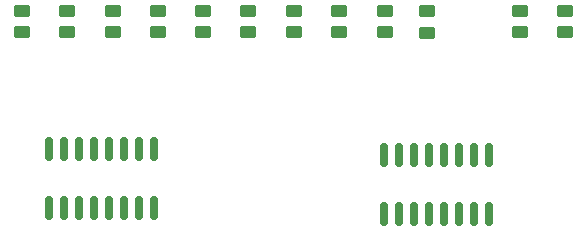
<source format=gtp>
G04 #@! TF.GenerationSoftware,KiCad,Pcbnew,7.0.8*
G04 #@! TF.CreationDate,2023-11-16T17:33:30+00:00*
G04 #@! TF.ProjectId,ActionServer,41637469-6f6e-4536-9572-7665722e6b69,rev?*
G04 #@! TF.SameCoordinates,Original*
G04 #@! TF.FileFunction,Paste,Top*
G04 #@! TF.FilePolarity,Positive*
%FSLAX46Y46*%
G04 Gerber Fmt 4.6, Leading zero omitted, Abs format (unit mm)*
G04 Created by KiCad (PCBNEW 7.0.8) date 2023-11-16 17:33:30*
%MOMM*%
%LPD*%
G01*
G04 APERTURE LIST*
G04 Aperture macros list*
%AMRoundRect*
0 Rectangle with rounded corners*
0 $1 Rounding radius*
0 $2 $3 $4 $5 $6 $7 $8 $9 X,Y pos of 4 corners*
0 Add a 4 corners polygon primitive as box body*
4,1,4,$2,$3,$4,$5,$6,$7,$8,$9,$2,$3,0*
0 Add four circle primitives for the rounded corners*
1,1,$1+$1,$2,$3*
1,1,$1+$1,$4,$5*
1,1,$1+$1,$6,$7*
1,1,$1+$1,$8,$9*
0 Add four rect primitives between the rounded corners*
20,1,$1+$1,$2,$3,$4,$5,0*
20,1,$1+$1,$4,$5,$6,$7,0*
20,1,$1+$1,$6,$7,$8,$9,0*
20,1,$1+$1,$8,$9,$2,$3,0*%
G04 Aperture macros list end*
%ADD10RoundRect,0.250000X-0.450000X0.262500X-0.450000X-0.262500X0.450000X-0.262500X0.450000X0.262500X0*%
%ADD11RoundRect,0.150000X-0.150000X0.825000X-0.150000X-0.825000X0.150000X-0.825000X0.150000X0.825000X0*%
G04 APERTURE END LIST*
D10*
X144704000Y-56058000D03*
X144704000Y-57883000D03*
X141148000Y-56011000D03*
X141148000Y-57836000D03*
X129582177Y-56011000D03*
X129582177Y-57836000D03*
X110435162Y-56011000D03*
X110435162Y-57836000D03*
X118093968Y-56011000D03*
X118093968Y-57836000D03*
D11*
X149911000Y-68250000D03*
X148641000Y-68250000D03*
X147371000Y-68250000D03*
X146101000Y-68250000D03*
X144831000Y-68250000D03*
X143561000Y-68250000D03*
X142291000Y-68250000D03*
X141021000Y-68250000D03*
X141021000Y-73200000D03*
X142291000Y-73200000D03*
X143561000Y-73200000D03*
X144831000Y-73200000D03*
X146101000Y-73200000D03*
X147371000Y-73200000D03*
X148641000Y-73200000D03*
X149911000Y-73200000D03*
D10*
X114264565Y-56011000D03*
X114264565Y-57836000D03*
X152558595Y-56011000D03*
X152558595Y-57836000D03*
X121923371Y-56011000D03*
X121923371Y-57836000D03*
D11*
X121590000Y-67742000D03*
X120320000Y-67742000D03*
X119050000Y-67742000D03*
X117780000Y-67742000D03*
X116510000Y-67742000D03*
X115240000Y-67742000D03*
X113970000Y-67742000D03*
X112700000Y-67742000D03*
X112700000Y-72692000D03*
X113970000Y-72692000D03*
X115240000Y-72692000D03*
X116510000Y-72692000D03*
X117780000Y-72692000D03*
X119050000Y-72692000D03*
X120320000Y-72692000D03*
X121590000Y-72692000D03*
D10*
X125752774Y-56011000D03*
X125752774Y-57836000D03*
X133411580Y-56011000D03*
X133411580Y-57836000D03*
X137240983Y-56011000D03*
X137240983Y-57836000D03*
X156388000Y-56011000D03*
X156388000Y-57836000D03*
M02*

</source>
